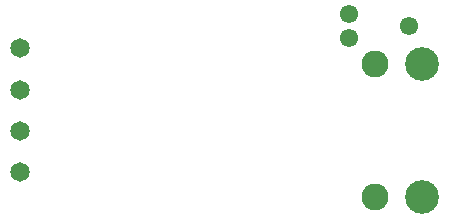
<source format=gbr>
%TF.GenerationSoftware,KiCad,Pcbnew,(5.1.12-1-g0a0a2da680)-1*%
%TF.CreationDate,2022-10-27T20:06:52+02:00*%
%TF.ProjectId,ThermoDeviceLogger,54686572-6d6f-4446-9576-6963654c6f67,rev?*%
%TF.SameCoordinates,Original*%
%TF.FileFunction,Soldermask,Bot*%
%TF.FilePolarity,Negative*%
%FSLAX46Y46*%
G04 Gerber Fmt 4.6, Leading zero omitted, Abs format (unit mm)*
G04 Created by KiCad (PCBNEW (5.1.12-1-g0a0a2da680)-1) date 2022-10-27 20:06:52*
%MOMM*%
%LPD*%
G01*
G04 APERTURE LIST*
%ADD10C,2.280000*%
%ADD11C,2.850000*%
%ADD12C,1.550000*%
%ADD13C,1.650000*%
G04 APERTURE END LIST*
D10*
%TO.C,J2*%
X118750000Y-63580000D03*
D11*
X122750000Y-63580000D03*
X122750000Y-74820000D03*
D10*
X118750000Y-74820000D03*
%TD*%
D12*
%TO.C,J3*%
X116590000Y-59319000D03*
X116590000Y-61351000D03*
X121670000Y-60335000D03*
%TD*%
D13*
%TO.C,J1*%
X88750000Y-72750000D03*
X88750000Y-69250000D03*
X88750000Y-65750000D03*
X88750000Y-62250000D03*
%TD*%
M02*

</source>
